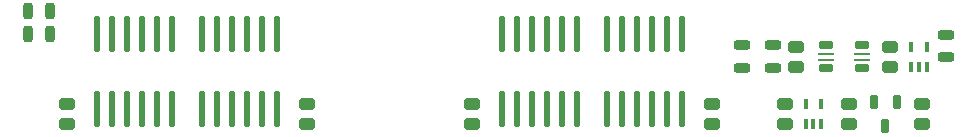
<source format=gtp>
G04 #@! TF.GenerationSoftware,KiCad,Pcbnew,7.0.1-0*
G04 #@! TF.CreationDate,2023-11-01T19:37:53-04:00*
G04 #@! TF.ProjectId,GW4194,47573431-3934-42e6-9b69-6361645f7063,1.1-SOJ-DC*
G04 #@! TF.SameCoordinates,Original*
G04 #@! TF.FileFunction,Paste,Top*
G04 #@! TF.FilePolarity,Positive*
%FSLAX46Y46*%
G04 Gerber Fmt 4.6, Leading zero omitted, Abs format (unit mm)*
G04 Created by KiCad (PCBNEW 7.0.1-0) date 2023-11-01 19:37:53*
%MOMM*%
%LPD*%
G01*
G04 APERTURE LIST*
G04 Aperture macros list*
%AMRoundRect*
0 Rectangle with rounded corners*
0 $1 Rounding radius*
0 $2 $3 $4 $5 $6 $7 $8 $9 X,Y pos of 4 corners*
0 Add a 4 corners polygon primitive as box body*
4,1,4,$2,$3,$4,$5,$6,$7,$8,$9,$2,$3,0*
0 Add four circle primitives for the rounded corners*
1,1,$1+$1,$2,$3*
1,1,$1+$1,$4,$5*
1,1,$1+$1,$6,$7*
1,1,$1+$1,$8,$9*
0 Add four rect primitives between the rounded corners*
20,1,$1+$1,$2,$3,$4,$5,0*
20,1,$1+$1,$4,$5,$6,$7,0*
20,1,$1+$1,$6,$7,$8,$9,0*
20,1,$1+$1,$8,$9,$2,$3,0*%
G04 Aperture macros list end*
%ADD10RoundRect,0.237500X-0.437500X0.262500X-0.437500X-0.262500X0.437500X-0.262500X0.437500X0.262500X0*%
%ADD11RoundRect,0.237500X0.437500X-0.262500X0.437500X0.262500X-0.437500X0.262500X-0.437500X-0.262500X0*%
%ADD12RoundRect,0.187500X0.212500X0.487500X-0.212500X0.487500X-0.212500X-0.487500X0.212500X-0.487500X0*%
%ADD13RoundRect,0.187500X-0.212500X-0.487500X0.212500X-0.487500X0.212500X0.487500X-0.212500X0.487500X0*%
%ADD14RoundRect,0.187500X-0.487500X0.212500X-0.487500X-0.212500X0.487500X-0.212500X0.487500X0.212500X0*%
%ADD15RoundRect,0.060000X0.100000X-0.400000X0.100000X0.400000X-0.100000X0.400000X-0.100000X-0.400000X0*%
%ADD16RoundRect,0.150000X-0.200000X0.475000X-0.200000X-0.475000X0.200000X-0.475000X0.200000X0.475000X0*%
%ADD17RoundRect,0.187500X0.487500X-0.212500X0.487500X0.212500X-0.487500X0.212500X-0.487500X-0.212500X0*%
%ADD18RoundRect,0.125000X0.150000X-1.374000X0.150000X1.374000X-0.150000X1.374000X-0.150000X-1.374000X0*%
%ADD19RoundRect,0.125000X-0.475000X-0.175000X0.475000X-0.175000X0.475000X0.175000X-0.475000X0.175000X0*%
%ADD20RoundRect,0.025000X-0.600000X-0.075000X0.600000X-0.075000X0.600000X0.075000X-0.600000X0.075000X0*%
%ADD21RoundRect,0.125000X-0.500000X0.175000X-0.500000X-0.175000X0.500000X-0.175000X0.500000X0.175000X0*%
%ADD22RoundRect,0.125000X-0.500000X-0.175000X0.500000X-0.175000X0.500000X0.175000X-0.500000X0.175000X0*%
G04 APERTURE END LIST*
D10*
X85090000Y-92407000D03*
X85090000Y-94107000D03*
X105410000Y-92407000D03*
X105410000Y-94107000D03*
X119380000Y-92407000D03*
X119380000Y-94107000D03*
D11*
X157480000Y-94107000D03*
X157480000Y-92407000D03*
D12*
X83650000Y-86500000D03*
X81750000Y-86500000D03*
D13*
X81750000Y-84500000D03*
X83650000Y-84500000D03*
D10*
X146800000Y-87550000D03*
X146800000Y-89250000D03*
D14*
X144800000Y-87450000D03*
X144800000Y-89350000D03*
D15*
X147600000Y-94100000D03*
X148250000Y-94100000D03*
X148900000Y-94100000D03*
X148900000Y-92400000D03*
X147600000Y-92400000D03*
X156550000Y-89250000D03*
X157200000Y-89250000D03*
X157850000Y-89250000D03*
X157850000Y-87550000D03*
X156550000Y-87550000D03*
D10*
X154700000Y-87550000D03*
X154700000Y-89250000D03*
D16*
X155300000Y-92200000D03*
X153400000Y-92200000D03*
X154350000Y-94300000D03*
D10*
X151250000Y-92400000D03*
X151250000Y-94100000D03*
D17*
X142200000Y-89350000D03*
X142200000Y-87450000D03*
D10*
X145800000Y-92400000D03*
X145800000Y-94100000D03*
D18*
X121920000Y-92837000D03*
X123190000Y-92837000D03*
X124460000Y-92837000D03*
X125730000Y-92837000D03*
X127000000Y-92837000D03*
X128270000Y-92837000D03*
X130810000Y-92837000D03*
X132080000Y-92837000D03*
X133350000Y-92837000D03*
X134620000Y-92837000D03*
X135890000Y-92837000D03*
X137160000Y-92837000D03*
X137160000Y-86487000D03*
X135890000Y-86487000D03*
X134620000Y-86487000D03*
X133350000Y-86487000D03*
X132080000Y-86487000D03*
X130810000Y-86487000D03*
X128270000Y-86487000D03*
X127000000Y-86487000D03*
X125730000Y-86487000D03*
X124460000Y-86487000D03*
X123190000Y-86487000D03*
X121920000Y-86487000D03*
X87630000Y-92837000D03*
X88900000Y-92837000D03*
X90170000Y-92837000D03*
X91440000Y-92837000D03*
X92710000Y-92837000D03*
X93980000Y-92837000D03*
X96520000Y-92837000D03*
X97790000Y-92837000D03*
X99060000Y-92837000D03*
X100330000Y-92837000D03*
X101600000Y-92837000D03*
X102870000Y-92837000D03*
X102870000Y-86487000D03*
X101600000Y-86487000D03*
X100330000Y-86487000D03*
X99060000Y-86487000D03*
X97790000Y-86487000D03*
X96520000Y-86487000D03*
X93980000Y-86487000D03*
X92710000Y-86487000D03*
X91440000Y-86487000D03*
X90170000Y-86487000D03*
X88900000Y-86487000D03*
X87630000Y-86487000D03*
D10*
X139700000Y-92407000D03*
X139700000Y-94107000D03*
D19*
X149350000Y-87450000D03*
D20*
X149325000Y-88150000D03*
X149325000Y-88650000D03*
D19*
X149350000Y-89350000D03*
D21*
X152375000Y-89350000D03*
D20*
X152375000Y-88650000D03*
X152375000Y-88150000D03*
D22*
X152375000Y-87450000D03*
D14*
X159500000Y-86550000D03*
X159500000Y-88450000D03*
M02*

</source>
